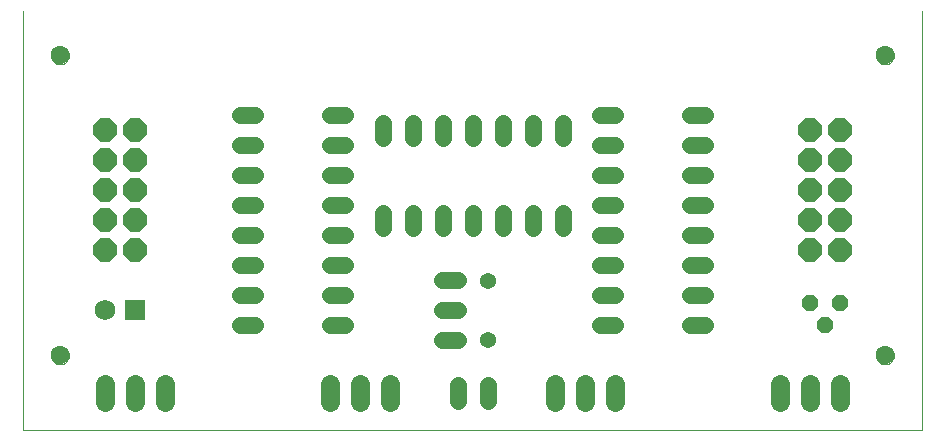
<source format=gbs>
G75*
G70*
%OFA0B0*%
%FSLAX24Y24*%
%IPPOS*%
%LPD*%
%AMOC8*
5,1,8,0,0,1.08239X$1,22.5*
%
%ADD10C,0.0000*%
%ADD11C,0.0631*%
%ADD12C,0.0560*%
%ADD13C,0.0634*%
%ADD14OC8,0.0780*%
%ADD15C,0.0540*%
%ADD16OC8,0.0560*%
%ADD17R,0.0690X0.0690*%
%ADD18C,0.0690*%
D10*
X000101Y000151D02*
X000101Y014147D01*
X001056Y012651D02*
X001058Y012685D01*
X001064Y012719D01*
X001074Y012752D01*
X001087Y012783D01*
X001105Y012813D01*
X001125Y012841D01*
X001149Y012866D01*
X001175Y012888D01*
X001203Y012906D01*
X001234Y012922D01*
X001266Y012934D01*
X001300Y012942D01*
X001334Y012946D01*
X001368Y012946D01*
X001402Y012942D01*
X001436Y012934D01*
X001468Y012922D01*
X001498Y012906D01*
X001527Y012888D01*
X001553Y012866D01*
X001577Y012841D01*
X001597Y012813D01*
X001615Y012783D01*
X001628Y012752D01*
X001638Y012719D01*
X001644Y012685D01*
X001646Y012651D01*
X001644Y012617D01*
X001638Y012583D01*
X001628Y012550D01*
X001615Y012519D01*
X001597Y012489D01*
X001577Y012461D01*
X001553Y012436D01*
X001527Y012414D01*
X001499Y012396D01*
X001468Y012380D01*
X001436Y012368D01*
X001402Y012360D01*
X001368Y012356D01*
X001334Y012356D01*
X001300Y012360D01*
X001266Y012368D01*
X001234Y012380D01*
X001203Y012396D01*
X001175Y012414D01*
X001149Y012436D01*
X001125Y012461D01*
X001105Y012489D01*
X001087Y012519D01*
X001074Y012550D01*
X001064Y012583D01*
X001058Y012617D01*
X001056Y012651D01*
X001056Y002651D02*
X001058Y002685D01*
X001064Y002719D01*
X001074Y002752D01*
X001087Y002783D01*
X001105Y002813D01*
X001125Y002841D01*
X001149Y002866D01*
X001175Y002888D01*
X001203Y002906D01*
X001234Y002922D01*
X001266Y002934D01*
X001300Y002942D01*
X001334Y002946D01*
X001368Y002946D01*
X001402Y002942D01*
X001436Y002934D01*
X001468Y002922D01*
X001498Y002906D01*
X001527Y002888D01*
X001553Y002866D01*
X001577Y002841D01*
X001597Y002813D01*
X001615Y002783D01*
X001628Y002752D01*
X001638Y002719D01*
X001644Y002685D01*
X001646Y002651D01*
X001644Y002617D01*
X001638Y002583D01*
X001628Y002550D01*
X001615Y002519D01*
X001597Y002489D01*
X001577Y002461D01*
X001553Y002436D01*
X001527Y002414D01*
X001499Y002396D01*
X001468Y002380D01*
X001436Y002368D01*
X001402Y002360D01*
X001368Y002356D01*
X001334Y002356D01*
X001300Y002360D01*
X001266Y002368D01*
X001234Y002380D01*
X001203Y002396D01*
X001175Y002414D01*
X001149Y002436D01*
X001125Y002461D01*
X001105Y002489D01*
X001087Y002519D01*
X001074Y002550D01*
X001064Y002583D01*
X001058Y002617D01*
X001056Y002651D01*
X000101Y000151D02*
X030096Y000151D01*
X030096Y014147D01*
X028556Y012651D02*
X028558Y012685D01*
X028564Y012719D01*
X028574Y012752D01*
X028587Y012783D01*
X028605Y012813D01*
X028625Y012841D01*
X028649Y012866D01*
X028675Y012888D01*
X028703Y012906D01*
X028734Y012922D01*
X028766Y012934D01*
X028800Y012942D01*
X028834Y012946D01*
X028868Y012946D01*
X028902Y012942D01*
X028936Y012934D01*
X028968Y012922D01*
X028998Y012906D01*
X029027Y012888D01*
X029053Y012866D01*
X029077Y012841D01*
X029097Y012813D01*
X029115Y012783D01*
X029128Y012752D01*
X029138Y012719D01*
X029144Y012685D01*
X029146Y012651D01*
X029144Y012617D01*
X029138Y012583D01*
X029128Y012550D01*
X029115Y012519D01*
X029097Y012489D01*
X029077Y012461D01*
X029053Y012436D01*
X029027Y012414D01*
X028999Y012396D01*
X028968Y012380D01*
X028936Y012368D01*
X028902Y012360D01*
X028868Y012356D01*
X028834Y012356D01*
X028800Y012360D01*
X028766Y012368D01*
X028734Y012380D01*
X028703Y012396D01*
X028675Y012414D01*
X028649Y012436D01*
X028625Y012461D01*
X028605Y012489D01*
X028587Y012519D01*
X028574Y012550D01*
X028564Y012583D01*
X028558Y012617D01*
X028556Y012651D01*
X028556Y002651D02*
X028558Y002685D01*
X028564Y002719D01*
X028574Y002752D01*
X028587Y002783D01*
X028605Y002813D01*
X028625Y002841D01*
X028649Y002866D01*
X028675Y002888D01*
X028703Y002906D01*
X028734Y002922D01*
X028766Y002934D01*
X028800Y002942D01*
X028834Y002946D01*
X028868Y002946D01*
X028902Y002942D01*
X028936Y002934D01*
X028968Y002922D01*
X028998Y002906D01*
X029027Y002888D01*
X029053Y002866D01*
X029077Y002841D01*
X029097Y002813D01*
X029115Y002783D01*
X029128Y002752D01*
X029138Y002719D01*
X029144Y002685D01*
X029146Y002651D01*
X029144Y002617D01*
X029138Y002583D01*
X029128Y002550D01*
X029115Y002519D01*
X029097Y002489D01*
X029077Y002461D01*
X029053Y002436D01*
X029027Y002414D01*
X028999Y002396D01*
X028968Y002380D01*
X028936Y002368D01*
X028902Y002360D01*
X028868Y002356D01*
X028834Y002356D01*
X028800Y002360D01*
X028766Y002368D01*
X028734Y002380D01*
X028703Y002396D01*
X028675Y002414D01*
X028649Y002436D01*
X028625Y002461D01*
X028605Y002489D01*
X028587Y002519D01*
X028574Y002550D01*
X028564Y002583D01*
X028558Y002617D01*
X028556Y002651D01*
D11*
X028851Y002651D03*
X028851Y012651D03*
X001351Y012651D03*
X001351Y002651D03*
D12*
X007341Y003651D02*
X007861Y003651D01*
X007861Y004651D02*
X007341Y004651D01*
X007341Y005651D02*
X007861Y005651D01*
X007861Y006651D02*
X007341Y006651D01*
X007341Y007651D02*
X007861Y007651D01*
X007861Y008651D02*
X007341Y008651D01*
X007341Y009651D02*
X007861Y009651D01*
X007861Y010651D02*
X007341Y010651D01*
X010341Y010651D02*
X010861Y010651D01*
X012101Y010411D02*
X012101Y009891D01*
X013101Y009891D02*
X013101Y010411D01*
X014101Y010411D02*
X014101Y009891D01*
X015101Y009891D02*
X015101Y010411D01*
X016101Y010411D02*
X016101Y009891D01*
X017101Y009891D02*
X017101Y010411D01*
X018101Y010411D02*
X018101Y009891D01*
X019341Y009651D02*
X019861Y009651D01*
X019861Y008651D02*
X019341Y008651D01*
X019341Y007651D02*
X019861Y007651D01*
X018101Y007411D02*
X018101Y006891D01*
X017101Y006891D02*
X017101Y007411D01*
X016101Y007411D02*
X016101Y006891D01*
X015101Y006891D02*
X015101Y007411D01*
X014101Y007411D02*
X014101Y006891D01*
X013101Y006891D02*
X013101Y007411D01*
X012101Y007411D02*
X012101Y006891D01*
X010861Y006651D02*
X010341Y006651D01*
X010341Y005651D02*
X010861Y005651D01*
X010861Y004651D02*
X010341Y004651D01*
X010341Y003651D02*
X010861Y003651D01*
X014091Y003151D02*
X014611Y003151D01*
X014611Y004151D02*
X014091Y004151D01*
X014091Y005151D02*
X014611Y005151D01*
X019341Y004651D02*
X019861Y004651D01*
X019861Y003651D02*
X019341Y003651D01*
X022341Y003651D02*
X022861Y003651D01*
X022861Y004651D02*
X022341Y004651D01*
X022341Y005651D02*
X022861Y005651D01*
X022861Y006651D02*
X022341Y006651D01*
X022341Y007651D02*
X022861Y007651D01*
X022861Y008651D02*
X022341Y008651D01*
X022341Y009651D02*
X022861Y009651D01*
X022861Y010651D02*
X022341Y010651D01*
X019861Y010651D02*
X019341Y010651D01*
X019341Y006651D02*
X019861Y006651D01*
X019861Y005651D02*
X019341Y005651D01*
X015601Y001661D02*
X015601Y001141D01*
X014601Y001141D02*
X014601Y001661D01*
X010861Y007651D02*
X010341Y007651D01*
X010341Y008651D02*
X010861Y008651D01*
X010861Y009651D02*
X010341Y009651D01*
D13*
X010351Y001698D02*
X010351Y001104D01*
X011351Y001104D02*
X011351Y001698D01*
X012351Y001698D02*
X012351Y001104D01*
X017851Y001104D02*
X017851Y001698D01*
X018851Y001698D02*
X018851Y001104D01*
X019851Y001104D02*
X019851Y001698D01*
X025351Y001698D02*
X025351Y001104D01*
X026351Y001104D02*
X026351Y001698D01*
X027351Y001698D02*
X027351Y001104D01*
X004851Y001104D02*
X004851Y001698D01*
X003851Y001698D02*
X003851Y001104D01*
X002851Y001104D02*
X002851Y001698D01*
D14*
X002851Y006151D03*
X003851Y006151D03*
X003851Y007151D03*
X002851Y007151D03*
X002851Y008151D03*
X003851Y008151D03*
X003851Y009151D03*
X002851Y009151D03*
X002851Y010151D03*
X003851Y010151D03*
X026351Y010151D03*
X027351Y010151D03*
X027351Y009151D03*
X026351Y009151D03*
X026351Y008151D03*
X027351Y008151D03*
X027351Y007151D03*
X026351Y007151D03*
X026351Y006151D03*
X027351Y006151D03*
D15*
X015601Y005135D03*
X015601Y003167D03*
D16*
X026351Y004401D03*
X027351Y004401D03*
X026851Y003651D03*
D17*
X003851Y004151D03*
D18*
X002851Y004151D03*
M02*

</source>
